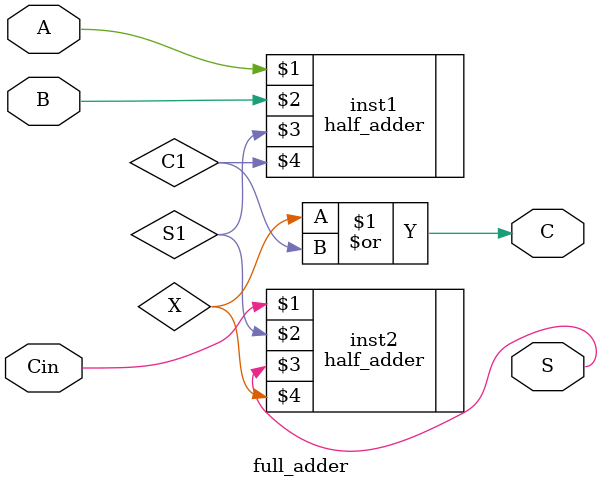
<source format=v>
`timescale 1ns/10ps
`include "./half_adder.v"
module full_adder (A,B,Cin,S,C);

input A,B,Cin;
output S,C;
wire S1,C1,X;

half_adder inst1(A,B,S1,C1);
half_adder inst2(Cin,S1,S,X);
or inst3(C,X,C1);

endmodule
</source>
